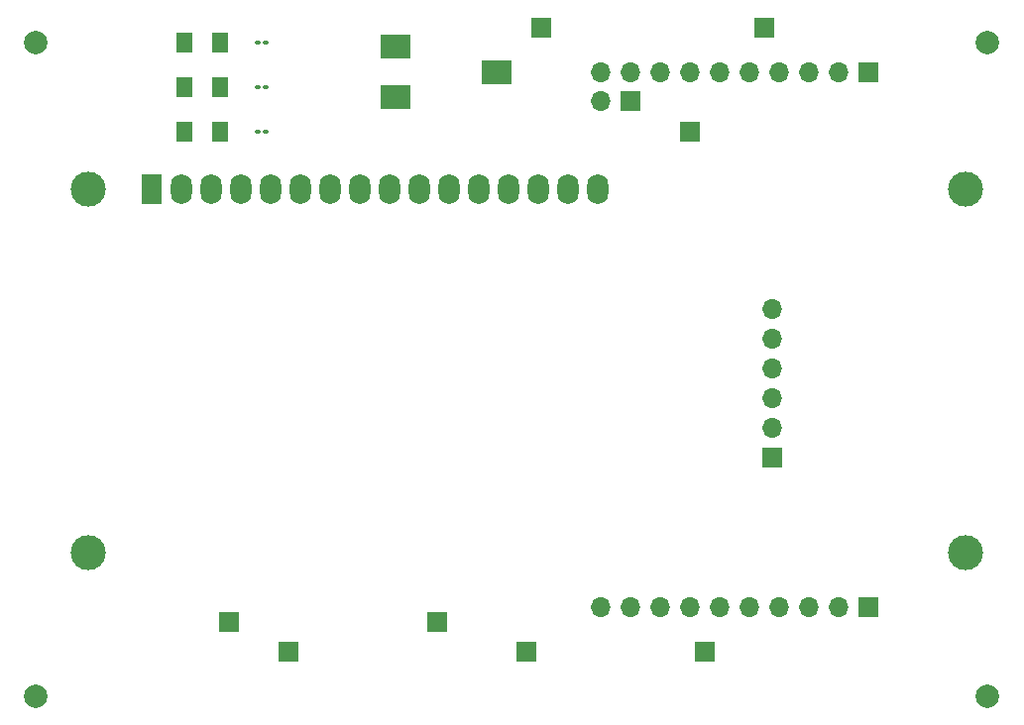
<source format=gts>
%TF.GenerationSoftware,KiCad,Pcbnew,(6.0.4-0)*%
%TF.CreationDate,2022-04-09T01:41:44-04:00*%
%TF.ProjectId,msp_stuff,6d73705f-7374-4756-9666-2e6b69636164,rev?*%
%TF.SameCoordinates,Original*%
%TF.FileFunction,Soldermask,Top*%
%TF.FilePolarity,Negative*%
%FSLAX46Y46*%
G04 Gerber Fmt 4.6, Leading zero omitted, Abs format (unit mm)*
G04 Created by KiCad (PCBNEW (6.0.4-0)) date 2022-04-09 01:41:44*
%MOMM*%
%LPD*%
G01*
G04 APERTURE LIST*
G04 Aperture macros list*
%AMRoundRect*
0 Rectangle with rounded corners*
0 $1 Rounding radius*
0 $2 $3 $4 $5 $6 $7 $8 $9 X,Y pos of 4 corners*
0 Add a 4 corners polygon primitive as box body*
4,1,4,$2,$3,$4,$5,$6,$7,$8,$9,$2,$3,0*
0 Add four circle primitives for the rounded corners*
1,1,$1+$1,$2,$3*
1,1,$1+$1,$4,$5*
1,1,$1+$1,$6,$7*
1,1,$1+$1,$8,$9*
0 Add four rect primitives between the rounded corners*
20,1,$1+$1,$2,$3,$4,$5,0*
20,1,$1+$1,$4,$5,$6,$7,0*
20,1,$1+$1,$6,$7,$8,$9,0*
20,1,$1+$1,$8,$9,$2,$3,0*%
G04 Aperture macros list end*
%ADD10C,3.000000*%
%ADD11R,1.800000X2.600000*%
%ADD12O,1.800000X2.600000*%
%ADD13R,1.700000X1.700000*%
%ADD14O,1.700000X1.700000*%
%ADD15RoundRect,0.250001X-0.462499X-0.624999X0.462499X-0.624999X0.462499X0.624999X-0.462499X0.624999X0*%
%ADD16RoundRect,0.100000X-0.130000X-0.100000X0.130000X-0.100000X0.130000X0.100000X-0.130000X0.100000X0*%
%ADD17R,2.500000X2.000000*%
%ADD18C,2.000000*%
G04 APERTURE END LIST*
D10*
%TO.C,U1*%
X86960900Y-141373200D03*
X86960900Y-110372500D03*
X161959480Y-141373200D03*
X161960000Y-110372500D03*
D11*
X92460000Y-110372500D03*
D12*
X95000000Y-110372500D03*
X97540000Y-110372500D03*
X100080000Y-110372500D03*
X102620000Y-110372500D03*
X105160000Y-110372500D03*
X107700000Y-110372500D03*
X110240000Y-110372500D03*
X112780000Y-110372500D03*
X115320000Y-110372500D03*
X117860000Y-110372500D03*
X120400000Y-110372500D03*
X122940000Y-110372500D03*
X125480000Y-110372500D03*
X128020000Y-110372500D03*
X130560000Y-110372500D03*
%TD*%
D13*
%TO.C,REF\u002A\u002A*%
X153640000Y-100330000D03*
D14*
X151100000Y-100330000D03*
X148560000Y-100330000D03*
X146020000Y-100330000D03*
X143480000Y-100330000D03*
X140940000Y-100330000D03*
X138400000Y-100330000D03*
X135860000Y-100330000D03*
X133320000Y-100330000D03*
X130780000Y-100330000D03*
%TD*%
D13*
%TO.C,REF\u002A\u002A*%
X153670000Y-146050000D03*
D14*
X151130000Y-146050000D03*
X148590000Y-146050000D03*
X146050000Y-146050000D03*
X143510000Y-146050000D03*
X140970000Y-146050000D03*
X138430000Y-146050000D03*
X135890000Y-146050000D03*
X133350000Y-146050000D03*
X130810000Y-146050000D03*
%TD*%
D15*
%TO.C,D3*%
X95250000Y-97790000D03*
X98225000Y-97790000D03*
%TD*%
D13*
%TO.C,REF\u002A\u002A*%
X145460000Y-133325000D03*
D14*
X145460000Y-130785000D03*
X145460000Y-128245000D03*
X145460000Y-125705000D03*
X145460000Y-123165000D03*
X145460000Y-120625000D03*
%TD*%
D16*
%TO.C,R2*%
X102137500Y-101600000D03*
X101497500Y-101600000D03*
%TD*%
D13*
%TO.C,REF\u002A\u002A*%
X125730000Y-96520000D03*
%TD*%
D17*
%TO.C,RV1*%
X113270000Y-102480000D03*
X121920000Y-100330000D03*
X113270000Y-98180000D03*
%TD*%
D18*
%TO.C,REF\u002A\u002A*%
X82550000Y-97790000D03*
%TD*%
D13*
%TO.C,REF\u002A\u002A*%
X133350000Y-102845000D03*
D14*
X130810000Y-102845000D03*
%TD*%
D18*
%TO.C,REF\u002A\u002A*%
X82550000Y-153670000D03*
%TD*%
D13*
%TO.C,REF\u002A\u002A*%
X124460000Y-149860000D03*
%TD*%
D16*
%TO.C,R1*%
X102137500Y-105410000D03*
X101497500Y-105410000D03*
%TD*%
D13*
%TO.C,REF\u002A\u002A*%
X104140000Y-149860000D03*
%TD*%
D18*
%TO.C,REF\u002A\u002A*%
X163830000Y-97790000D03*
%TD*%
D15*
%TO.C,D1*%
X95250000Y-105410000D03*
X98225000Y-105410000D03*
%TD*%
D18*
%TO.C,REF\u002A\u002A*%
X163830000Y-153670000D03*
%TD*%
D13*
%TO.C,REF\u002A\u002A*%
X116840000Y-147320000D03*
%TD*%
%TO.C,REF\u002A\u002A*%
X99060000Y-147320000D03*
%TD*%
%TO.C,REF\u002A\u002A*%
X139700000Y-149860000D03*
%TD*%
%TO.C,REF\u002A\u002A*%
X138430000Y-105410000D03*
%TD*%
D16*
%TO.C,R3*%
X102137500Y-97790000D03*
X101497500Y-97790000D03*
%TD*%
D13*
%TO.C,REF\u002A\u002A*%
X144780000Y-96520000D03*
%TD*%
D15*
%TO.C,D2*%
X95250000Y-101600000D03*
X98225000Y-101600000D03*
%TD*%
M02*

</source>
